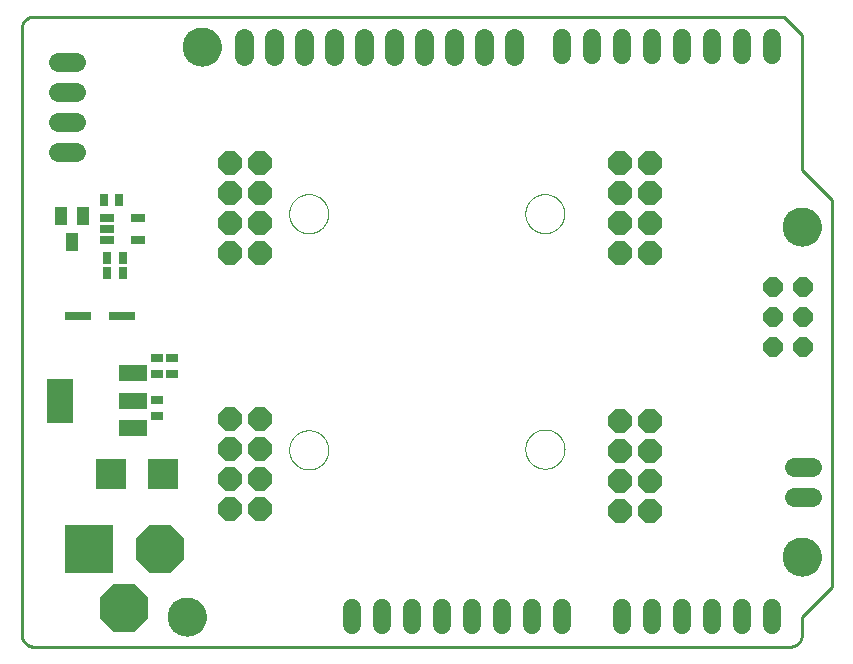
<source format=gts>
G75*
%MOIN*%
%OFA0B0*%
%FSLAX25Y25*%
%IPPOS*%
%LPD*%
%AMOC8*
5,1,8,0,0,1.08239X$1,22.5*
%
%ADD10C,0.01000*%
%ADD11C,0.00000*%
%ADD12C,0.12998*%
%ADD13C,0.00039*%
%ADD14OC8,0.06502*%
%ADD15C,0.06000*%
%ADD16C,0.06400*%
%ADD17OC8,0.07800*%
%ADD18OC8,0.16148*%
%ADD19R,0.16148X0.16148*%
%ADD20C,0.08077*%
%ADD21R,0.03943X0.03156*%
%ADD22R,0.09200X0.05200*%
%ADD23R,0.09061X0.14573*%
%ADD24R,0.09061X0.02959*%
%ADD25R,0.09849X0.09849*%
%ADD26R,0.05124X0.02762*%
%ADD27R,0.04337X0.05912*%
%ADD28R,0.03156X0.03943*%
D10*
X0008350Y0009237D02*
X0008350Y0211363D01*
X0008352Y0211487D01*
X0008358Y0211610D01*
X0008367Y0211734D01*
X0008381Y0211856D01*
X0008398Y0211979D01*
X0008420Y0212101D01*
X0008445Y0212222D01*
X0008474Y0212342D01*
X0008506Y0212461D01*
X0008543Y0212580D01*
X0008583Y0212697D01*
X0008626Y0212812D01*
X0008674Y0212927D01*
X0008725Y0213039D01*
X0008779Y0213150D01*
X0008837Y0213260D01*
X0008898Y0213367D01*
X0008963Y0213473D01*
X0009031Y0213576D01*
X0009102Y0213677D01*
X0009176Y0213776D01*
X0009253Y0213873D01*
X0009334Y0213967D01*
X0009417Y0214058D01*
X0009503Y0214147D01*
X0009592Y0214233D01*
X0009683Y0214316D01*
X0009777Y0214397D01*
X0009874Y0214474D01*
X0009973Y0214548D01*
X0010074Y0214619D01*
X0010177Y0214687D01*
X0010283Y0214752D01*
X0010390Y0214813D01*
X0010500Y0214871D01*
X0010611Y0214925D01*
X0010723Y0214976D01*
X0010838Y0215024D01*
X0010953Y0215067D01*
X0011070Y0215107D01*
X0011189Y0215144D01*
X0011308Y0215176D01*
X0011428Y0215205D01*
X0011549Y0215230D01*
X0011671Y0215252D01*
X0011794Y0215269D01*
X0011916Y0215283D01*
X0012040Y0215292D01*
X0012163Y0215298D01*
X0012287Y0215300D01*
X0262350Y0215300D01*
X0268350Y0209300D01*
X0268350Y0164300D01*
X0278350Y0154300D01*
X0278350Y0025300D01*
X0268350Y0015300D01*
X0268350Y0009237D01*
X0268348Y0009113D01*
X0268342Y0008990D01*
X0268333Y0008866D01*
X0268319Y0008744D01*
X0268302Y0008621D01*
X0268280Y0008499D01*
X0268255Y0008378D01*
X0268226Y0008258D01*
X0268194Y0008139D01*
X0268157Y0008020D01*
X0268117Y0007903D01*
X0268074Y0007788D01*
X0268026Y0007673D01*
X0267975Y0007561D01*
X0267921Y0007450D01*
X0267863Y0007340D01*
X0267802Y0007233D01*
X0267737Y0007127D01*
X0267669Y0007024D01*
X0267598Y0006923D01*
X0267524Y0006824D01*
X0267447Y0006727D01*
X0267366Y0006633D01*
X0267283Y0006542D01*
X0267197Y0006453D01*
X0267108Y0006367D01*
X0267017Y0006284D01*
X0266923Y0006203D01*
X0266826Y0006126D01*
X0266727Y0006052D01*
X0266626Y0005981D01*
X0266523Y0005913D01*
X0266417Y0005848D01*
X0266310Y0005787D01*
X0266200Y0005729D01*
X0266089Y0005675D01*
X0265977Y0005624D01*
X0265862Y0005576D01*
X0265747Y0005533D01*
X0265630Y0005493D01*
X0265511Y0005456D01*
X0265392Y0005424D01*
X0265272Y0005395D01*
X0265151Y0005370D01*
X0265029Y0005348D01*
X0264906Y0005331D01*
X0264784Y0005317D01*
X0264660Y0005308D01*
X0264537Y0005302D01*
X0264413Y0005300D01*
X0012287Y0005300D01*
X0012163Y0005302D01*
X0012040Y0005308D01*
X0011916Y0005317D01*
X0011794Y0005331D01*
X0011671Y0005348D01*
X0011549Y0005370D01*
X0011428Y0005395D01*
X0011308Y0005424D01*
X0011189Y0005456D01*
X0011070Y0005493D01*
X0010953Y0005533D01*
X0010838Y0005576D01*
X0010723Y0005624D01*
X0010611Y0005675D01*
X0010500Y0005729D01*
X0010390Y0005787D01*
X0010283Y0005848D01*
X0010177Y0005913D01*
X0010074Y0005981D01*
X0009973Y0006052D01*
X0009874Y0006126D01*
X0009777Y0006203D01*
X0009683Y0006284D01*
X0009592Y0006367D01*
X0009503Y0006453D01*
X0009417Y0006542D01*
X0009334Y0006633D01*
X0009253Y0006727D01*
X0009176Y0006824D01*
X0009102Y0006923D01*
X0009031Y0007024D01*
X0008963Y0007127D01*
X0008898Y0007233D01*
X0008837Y0007340D01*
X0008779Y0007450D01*
X0008725Y0007561D01*
X0008674Y0007673D01*
X0008626Y0007788D01*
X0008583Y0007903D01*
X0008543Y0008020D01*
X0008506Y0008139D01*
X0008474Y0008258D01*
X0008445Y0008378D01*
X0008420Y0008499D01*
X0008398Y0008621D01*
X0008381Y0008744D01*
X0008367Y0008866D01*
X0008358Y0008990D01*
X0008352Y0009113D01*
X0008350Y0009237D01*
D11*
X0057051Y0015300D02*
X0057053Y0015458D01*
X0057059Y0015616D01*
X0057069Y0015774D01*
X0057083Y0015932D01*
X0057101Y0016089D01*
X0057122Y0016246D01*
X0057148Y0016402D01*
X0057178Y0016558D01*
X0057211Y0016713D01*
X0057249Y0016866D01*
X0057290Y0017019D01*
X0057335Y0017171D01*
X0057384Y0017322D01*
X0057437Y0017471D01*
X0057493Y0017619D01*
X0057553Y0017765D01*
X0057617Y0017910D01*
X0057685Y0018053D01*
X0057756Y0018195D01*
X0057830Y0018335D01*
X0057908Y0018472D01*
X0057990Y0018608D01*
X0058074Y0018742D01*
X0058163Y0018873D01*
X0058254Y0019002D01*
X0058349Y0019129D01*
X0058446Y0019254D01*
X0058547Y0019376D01*
X0058651Y0019495D01*
X0058758Y0019612D01*
X0058868Y0019726D01*
X0058981Y0019837D01*
X0059096Y0019946D01*
X0059214Y0020051D01*
X0059335Y0020153D01*
X0059458Y0020253D01*
X0059584Y0020349D01*
X0059712Y0020442D01*
X0059842Y0020532D01*
X0059975Y0020618D01*
X0060110Y0020702D01*
X0060246Y0020781D01*
X0060385Y0020858D01*
X0060526Y0020930D01*
X0060668Y0021000D01*
X0060812Y0021065D01*
X0060958Y0021127D01*
X0061105Y0021185D01*
X0061254Y0021240D01*
X0061404Y0021291D01*
X0061555Y0021338D01*
X0061707Y0021381D01*
X0061860Y0021420D01*
X0062015Y0021456D01*
X0062170Y0021487D01*
X0062326Y0021515D01*
X0062482Y0021539D01*
X0062639Y0021559D01*
X0062797Y0021575D01*
X0062954Y0021587D01*
X0063113Y0021595D01*
X0063271Y0021599D01*
X0063429Y0021599D01*
X0063587Y0021595D01*
X0063746Y0021587D01*
X0063903Y0021575D01*
X0064061Y0021559D01*
X0064218Y0021539D01*
X0064374Y0021515D01*
X0064530Y0021487D01*
X0064685Y0021456D01*
X0064840Y0021420D01*
X0064993Y0021381D01*
X0065145Y0021338D01*
X0065296Y0021291D01*
X0065446Y0021240D01*
X0065595Y0021185D01*
X0065742Y0021127D01*
X0065888Y0021065D01*
X0066032Y0021000D01*
X0066174Y0020930D01*
X0066315Y0020858D01*
X0066454Y0020781D01*
X0066590Y0020702D01*
X0066725Y0020618D01*
X0066858Y0020532D01*
X0066988Y0020442D01*
X0067116Y0020349D01*
X0067242Y0020253D01*
X0067365Y0020153D01*
X0067486Y0020051D01*
X0067604Y0019946D01*
X0067719Y0019837D01*
X0067832Y0019726D01*
X0067942Y0019612D01*
X0068049Y0019495D01*
X0068153Y0019376D01*
X0068254Y0019254D01*
X0068351Y0019129D01*
X0068446Y0019002D01*
X0068537Y0018873D01*
X0068626Y0018742D01*
X0068710Y0018608D01*
X0068792Y0018472D01*
X0068870Y0018335D01*
X0068944Y0018195D01*
X0069015Y0018053D01*
X0069083Y0017910D01*
X0069147Y0017765D01*
X0069207Y0017619D01*
X0069263Y0017471D01*
X0069316Y0017322D01*
X0069365Y0017171D01*
X0069410Y0017019D01*
X0069451Y0016866D01*
X0069489Y0016713D01*
X0069522Y0016558D01*
X0069552Y0016402D01*
X0069578Y0016246D01*
X0069599Y0016089D01*
X0069617Y0015932D01*
X0069631Y0015774D01*
X0069641Y0015616D01*
X0069647Y0015458D01*
X0069649Y0015300D01*
X0069647Y0015142D01*
X0069641Y0014984D01*
X0069631Y0014826D01*
X0069617Y0014668D01*
X0069599Y0014511D01*
X0069578Y0014354D01*
X0069552Y0014198D01*
X0069522Y0014042D01*
X0069489Y0013887D01*
X0069451Y0013734D01*
X0069410Y0013581D01*
X0069365Y0013429D01*
X0069316Y0013278D01*
X0069263Y0013129D01*
X0069207Y0012981D01*
X0069147Y0012835D01*
X0069083Y0012690D01*
X0069015Y0012547D01*
X0068944Y0012405D01*
X0068870Y0012265D01*
X0068792Y0012128D01*
X0068710Y0011992D01*
X0068626Y0011858D01*
X0068537Y0011727D01*
X0068446Y0011598D01*
X0068351Y0011471D01*
X0068254Y0011346D01*
X0068153Y0011224D01*
X0068049Y0011105D01*
X0067942Y0010988D01*
X0067832Y0010874D01*
X0067719Y0010763D01*
X0067604Y0010654D01*
X0067486Y0010549D01*
X0067365Y0010447D01*
X0067242Y0010347D01*
X0067116Y0010251D01*
X0066988Y0010158D01*
X0066858Y0010068D01*
X0066725Y0009982D01*
X0066590Y0009898D01*
X0066454Y0009819D01*
X0066315Y0009742D01*
X0066174Y0009670D01*
X0066032Y0009600D01*
X0065888Y0009535D01*
X0065742Y0009473D01*
X0065595Y0009415D01*
X0065446Y0009360D01*
X0065296Y0009309D01*
X0065145Y0009262D01*
X0064993Y0009219D01*
X0064840Y0009180D01*
X0064685Y0009144D01*
X0064530Y0009113D01*
X0064374Y0009085D01*
X0064218Y0009061D01*
X0064061Y0009041D01*
X0063903Y0009025D01*
X0063746Y0009013D01*
X0063587Y0009005D01*
X0063429Y0009001D01*
X0063271Y0009001D01*
X0063113Y0009005D01*
X0062954Y0009013D01*
X0062797Y0009025D01*
X0062639Y0009041D01*
X0062482Y0009061D01*
X0062326Y0009085D01*
X0062170Y0009113D01*
X0062015Y0009144D01*
X0061860Y0009180D01*
X0061707Y0009219D01*
X0061555Y0009262D01*
X0061404Y0009309D01*
X0061254Y0009360D01*
X0061105Y0009415D01*
X0060958Y0009473D01*
X0060812Y0009535D01*
X0060668Y0009600D01*
X0060526Y0009670D01*
X0060385Y0009742D01*
X0060246Y0009819D01*
X0060110Y0009898D01*
X0059975Y0009982D01*
X0059842Y0010068D01*
X0059712Y0010158D01*
X0059584Y0010251D01*
X0059458Y0010347D01*
X0059335Y0010447D01*
X0059214Y0010549D01*
X0059096Y0010654D01*
X0058981Y0010763D01*
X0058868Y0010874D01*
X0058758Y0010988D01*
X0058651Y0011105D01*
X0058547Y0011224D01*
X0058446Y0011346D01*
X0058349Y0011471D01*
X0058254Y0011598D01*
X0058163Y0011727D01*
X0058074Y0011858D01*
X0057990Y0011992D01*
X0057908Y0012128D01*
X0057830Y0012265D01*
X0057756Y0012405D01*
X0057685Y0012547D01*
X0057617Y0012690D01*
X0057553Y0012835D01*
X0057493Y0012981D01*
X0057437Y0013129D01*
X0057384Y0013278D01*
X0057335Y0013429D01*
X0057290Y0013581D01*
X0057249Y0013734D01*
X0057211Y0013887D01*
X0057178Y0014042D01*
X0057148Y0014198D01*
X0057122Y0014354D01*
X0057101Y0014511D01*
X0057083Y0014668D01*
X0057069Y0014826D01*
X0057059Y0014984D01*
X0057053Y0015142D01*
X0057051Y0015300D01*
X0262051Y0035300D02*
X0262053Y0035458D01*
X0262059Y0035616D01*
X0262069Y0035774D01*
X0262083Y0035932D01*
X0262101Y0036089D01*
X0262122Y0036246D01*
X0262148Y0036402D01*
X0262178Y0036558D01*
X0262211Y0036713D01*
X0262249Y0036866D01*
X0262290Y0037019D01*
X0262335Y0037171D01*
X0262384Y0037322D01*
X0262437Y0037471D01*
X0262493Y0037619D01*
X0262553Y0037765D01*
X0262617Y0037910D01*
X0262685Y0038053D01*
X0262756Y0038195D01*
X0262830Y0038335D01*
X0262908Y0038472D01*
X0262990Y0038608D01*
X0263074Y0038742D01*
X0263163Y0038873D01*
X0263254Y0039002D01*
X0263349Y0039129D01*
X0263446Y0039254D01*
X0263547Y0039376D01*
X0263651Y0039495D01*
X0263758Y0039612D01*
X0263868Y0039726D01*
X0263981Y0039837D01*
X0264096Y0039946D01*
X0264214Y0040051D01*
X0264335Y0040153D01*
X0264458Y0040253D01*
X0264584Y0040349D01*
X0264712Y0040442D01*
X0264842Y0040532D01*
X0264975Y0040618D01*
X0265110Y0040702D01*
X0265246Y0040781D01*
X0265385Y0040858D01*
X0265526Y0040930D01*
X0265668Y0041000D01*
X0265812Y0041065D01*
X0265958Y0041127D01*
X0266105Y0041185D01*
X0266254Y0041240D01*
X0266404Y0041291D01*
X0266555Y0041338D01*
X0266707Y0041381D01*
X0266860Y0041420D01*
X0267015Y0041456D01*
X0267170Y0041487D01*
X0267326Y0041515D01*
X0267482Y0041539D01*
X0267639Y0041559D01*
X0267797Y0041575D01*
X0267954Y0041587D01*
X0268113Y0041595D01*
X0268271Y0041599D01*
X0268429Y0041599D01*
X0268587Y0041595D01*
X0268746Y0041587D01*
X0268903Y0041575D01*
X0269061Y0041559D01*
X0269218Y0041539D01*
X0269374Y0041515D01*
X0269530Y0041487D01*
X0269685Y0041456D01*
X0269840Y0041420D01*
X0269993Y0041381D01*
X0270145Y0041338D01*
X0270296Y0041291D01*
X0270446Y0041240D01*
X0270595Y0041185D01*
X0270742Y0041127D01*
X0270888Y0041065D01*
X0271032Y0041000D01*
X0271174Y0040930D01*
X0271315Y0040858D01*
X0271454Y0040781D01*
X0271590Y0040702D01*
X0271725Y0040618D01*
X0271858Y0040532D01*
X0271988Y0040442D01*
X0272116Y0040349D01*
X0272242Y0040253D01*
X0272365Y0040153D01*
X0272486Y0040051D01*
X0272604Y0039946D01*
X0272719Y0039837D01*
X0272832Y0039726D01*
X0272942Y0039612D01*
X0273049Y0039495D01*
X0273153Y0039376D01*
X0273254Y0039254D01*
X0273351Y0039129D01*
X0273446Y0039002D01*
X0273537Y0038873D01*
X0273626Y0038742D01*
X0273710Y0038608D01*
X0273792Y0038472D01*
X0273870Y0038335D01*
X0273944Y0038195D01*
X0274015Y0038053D01*
X0274083Y0037910D01*
X0274147Y0037765D01*
X0274207Y0037619D01*
X0274263Y0037471D01*
X0274316Y0037322D01*
X0274365Y0037171D01*
X0274410Y0037019D01*
X0274451Y0036866D01*
X0274489Y0036713D01*
X0274522Y0036558D01*
X0274552Y0036402D01*
X0274578Y0036246D01*
X0274599Y0036089D01*
X0274617Y0035932D01*
X0274631Y0035774D01*
X0274641Y0035616D01*
X0274647Y0035458D01*
X0274649Y0035300D01*
X0274647Y0035142D01*
X0274641Y0034984D01*
X0274631Y0034826D01*
X0274617Y0034668D01*
X0274599Y0034511D01*
X0274578Y0034354D01*
X0274552Y0034198D01*
X0274522Y0034042D01*
X0274489Y0033887D01*
X0274451Y0033734D01*
X0274410Y0033581D01*
X0274365Y0033429D01*
X0274316Y0033278D01*
X0274263Y0033129D01*
X0274207Y0032981D01*
X0274147Y0032835D01*
X0274083Y0032690D01*
X0274015Y0032547D01*
X0273944Y0032405D01*
X0273870Y0032265D01*
X0273792Y0032128D01*
X0273710Y0031992D01*
X0273626Y0031858D01*
X0273537Y0031727D01*
X0273446Y0031598D01*
X0273351Y0031471D01*
X0273254Y0031346D01*
X0273153Y0031224D01*
X0273049Y0031105D01*
X0272942Y0030988D01*
X0272832Y0030874D01*
X0272719Y0030763D01*
X0272604Y0030654D01*
X0272486Y0030549D01*
X0272365Y0030447D01*
X0272242Y0030347D01*
X0272116Y0030251D01*
X0271988Y0030158D01*
X0271858Y0030068D01*
X0271725Y0029982D01*
X0271590Y0029898D01*
X0271454Y0029819D01*
X0271315Y0029742D01*
X0271174Y0029670D01*
X0271032Y0029600D01*
X0270888Y0029535D01*
X0270742Y0029473D01*
X0270595Y0029415D01*
X0270446Y0029360D01*
X0270296Y0029309D01*
X0270145Y0029262D01*
X0269993Y0029219D01*
X0269840Y0029180D01*
X0269685Y0029144D01*
X0269530Y0029113D01*
X0269374Y0029085D01*
X0269218Y0029061D01*
X0269061Y0029041D01*
X0268903Y0029025D01*
X0268746Y0029013D01*
X0268587Y0029005D01*
X0268429Y0029001D01*
X0268271Y0029001D01*
X0268113Y0029005D01*
X0267954Y0029013D01*
X0267797Y0029025D01*
X0267639Y0029041D01*
X0267482Y0029061D01*
X0267326Y0029085D01*
X0267170Y0029113D01*
X0267015Y0029144D01*
X0266860Y0029180D01*
X0266707Y0029219D01*
X0266555Y0029262D01*
X0266404Y0029309D01*
X0266254Y0029360D01*
X0266105Y0029415D01*
X0265958Y0029473D01*
X0265812Y0029535D01*
X0265668Y0029600D01*
X0265526Y0029670D01*
X0265385Y0029742D01*
X0265246Y0029819D01*
X0265110Y0029898D01*
X0264975Y0029982D01*
X0264842Y0030068D01*
X0264712Y0030158D01*
X0264584Y0030251D01*
X0264458Y0030347D01*
X0264335Y0030447D01*
X0264214Y0030549D01*
X0264096Y0030654D01*
X0263981Y0030763D01*
X0263868Y0030874D01*
X0263758Y0030988D01*
X0263651Y0031105D01*
X0263547Y0031224D01*
X0263446Y0031346D01*
X0263349Y0031471D01*
X0263254Y0031598D01*
X0263163Y0031727D01*
X0263074Y0031858D01*
X0262990Y0031992D01*
X0262908Y0032128D01*
X0262830Y0032265D01*
X0262756Y0032405D01*
X0262685Y0032547D01*
X0262617Y0032690D01*
X0262553Y0032835D01*
X0262493Y0032981D01*
X0262437Y0033129D01*
X0262384Y0033278D01*
X0262335Y0033429D01*
X0262290Y0033581D01*
X0262249Y0033734D01*
X0262211Y0033887D01*
X0262178Y0034042D01*
X0262148Y0034198D01*
X0262122Y0034354D01*
X0262101Y0034511D01*
X0262083Y0034668D01*
X0262069Y0034826D01*
X0262059Y0034984D01*
X0262053Y0035142D01*
X0262051Y0035300D01*
X0262051Y0145300D02*
X0262053Y0145458D01*
X0262059Y0145616D01*
X0262069Y0145774D01*
X0262083Y0145932D01*
X0262101Y0146089D01*
X0262122Y0146246D01*
X0262148Y0146402D01*
X0262178Y0146558D01*
X0262211Y0146713D01*
X0262249Y0146866D01*
X0262290Y0147019D01*
X0262335Y0147171D01*
X0262384Y0147322D01*
X0262437Y0147471D01*
X0262493Y0147619D01*
X0262553Y0147765D01*
X0262617Y0147910D01*
X0262685Y0148053D01*
X0262756Y0148195D01*
X0262830Y0148335D01*
X0262908Y0148472D01*
X0262990Y0148608D01*
X0263074Y0148742D01*
X0263163Y0148873D01*
X0263254Y0149002D01*
X0263349Y0149129D01*
X0263446Y0149254D01*
X0263547Y0149376D01*
X0263651Y0149495D01*
X0263758Y0149612D01*
X0263868Y0149726D01*
X0263981Y0149837D01*
X0264096Y0149946D01*
X0264214Y0150051D01*
X0264335Y0150153D01*
X0264458Y0150253D01*
X0264584Y0150349D01*
X0264712Y0150442D01*
X0264842Y0150532D01*
X0264975Y0150618D01*
X0265110Y0150702D01*
X0265246Y0150781D01*
X0265385Y0150858D01*
X0265526Y0150930D01*
X0265668Y0151000D01*
X0265812Y0151065D01*
X0265958Y0151127D01*
X0266105Y0151185D01*
X0266254Y0151240D01*
X0266404Y0151291D01*
X0266555Y0151338D01*
X0266707Y0151381D01*
X0266860Y0151420D01*
X0267015Y0151456D01*
X0267170Y0151487D01*
X0267326Y0151515D01*
X0267482Y0151539D01*
X0267639Y0151559D01*
X0267797Y0151575D01*
X0267954Y0151587D01*
X0268113Y0151595D01*
X0268271Y0151599D01*
X0268429Y0151599D01*
X0268587Y0151595D01*
X0268746Y0151587D01*
X0268903Y0151575D01*
X0269061Y0151559D01*
X0269218Y0151539D01*
X0269374Y0151515D01*
X0269530Y0151487D01*
X0269685Y0151456D01*
X0269840Y0151420D01*
X0269993Y0151381D01*
X0270145Y0151338D01*
X0270296Y0151291D01*
X0270446Y0151240D01*
X0270595Y0151185D01*
X0270742Y0151127D01*
X0270888Y0151065D01*
X0271032Y0151000D01*
X0271174Y0150930D01*
X0271315Y0150858D01*
X0271454Y0150781D01*
X0271590Y0150702D01*
X0271725Y0150618D01*
X0271858Y0150532D01*
X0271988Y0150442D01*
X0272116Y0150349D01*
X0272242Y0150253D01*
X0272365Y0150153D01*
X0272486Y0150051D01*
X0272604Y0149946D01*
X0272719Y0149837D01*
X0272832Y0149726D01*
X0272942Y0149612D01*
X0273049Y0149495D01*
X0273153Y0149376D01*
X0273254Y0149254D01*
X0273351Y0149129D01*
X0273446Y0149002D01*
X0273537Y0148873D01*
X0273626Y0148742D01*
X0273710Y0148608D01*
X0273792Y0148472D01*
X0273870Y0148335D01*
X0273944Y0148195D01*
X0274015Y0148053D01*
X0274083Y0147910D01*
X0274147Y0147765D01*
X0274207Y0147619D01*
X0274263Y0147471D01*
X0274316Y0147322D01*
X0274365Y0147171D01*
X0274410Y0147019D01*
X0274451Y0146866D01*
X0274489Y0146713D01*
X0274522Y0146558D01*
X0274552Y0146402D01*
X0274578Y0146246D01*
X0274599Y0146089D01*
X0274617Y0145932D01*
X0274631Y0145774D01*
X0274641Y0145616D01*
X0274647Y0145458D01*
X0274649Y0145300D01*
X0274647Y0145142D01*
X0274641Y0144984D01*
X0274631Y0144826D01*
X0274617Y0144668D01*
X0274599Y0144511D01*
X0274578Y0144354D01*
X0274552Y0144198D01*
X0274522Y0144042D01*
X0274489Y0143887D01*
X0274451Y0143734D01*
X0274410Y0143581D01*
X0274365Y0143429D01*
X0274316Y0143278D01*
X0274263Y0143129D01*
X0274207Y0142981D01*
X0274147Y0142835D01*
X0274083Y0142690D01*
X0274015Y0142547D01*
X0273944Y0142405D01*
X0273870Y0142265D01*
X0273792Y0142128D01*
X0273710Y0141992D01*
X0273626Y0141858D01*
X0273537Y0141727D01*
X0273446Y0141598D01*
X0273351Y0141471D01*
X0273254Y0141346D01*
X0273153Y0141224D01*
X0273049Y0141105D01*
X0272942Y0140988D01*
X0272832Y0140874D01*
X0272719Y0140763D01*
X0272604Y0140654D01*
X0272486Y0140549D01*
X0272365Y0140447D01*
X0272242Y0140347D01*
X0272116Y0140251D01*
X0271988Y0140158D01*
X0271858Y0140068D01*
X0271725Y0139982D01*
X0271590Y0139898D01*
X0271454Y0139819D01*
X0271315Y0139742D01*
X0271174Y0139670D01*
X0271032Y0139600D01*
X0270888Y0139535D01*
X0270742Y0139473D01*
X0270595Y0139415D01*
X0270446Y0139360D01*
X0270296Y0139309D01*
X0270145Y0139262D01*
X0269993Y0139219D01*
X0269840Y0139180D01*
X0269685Y0139144D01*
X0269530Y0139113D01*
X0269374Y0139085D01*
X0269218Y0139061D01*
X0269061Y0139041D01*
X0268903Y0139025D01*
X0268746Y0139013D01*
X0268587Y0139005D01*
X0268429Y0139001D01*
X0268271Y0139001D01*
X0268113Y0139005D01*
X0267954Y0139013D01*
X0267797Y0139025D01*
X0267639Y0139041D01*
X0267482Y0139061D01*
X0267326Y0139085D01*
X0267170Y0139113D01*
X0267015Y0139144D01*
X0266860Y0139180D01*
X0266707Y0139219D01*
X0266555Y0139262D01*
X0266404Y0139309D01*
X0266254Y0139360D01*
X0266105Y0139415D01*
X0265958Y0139473D01*
X0265812Y0139535D01*
X0265668Y0139600D01*
X0265526Y0139670D01*
X0265385Y0139742D01*
X0265246Y0139819D01*
X0265110Y0139898D01*
X0264975Y0139982D01*
X0264842Y0140068D01*
X0264712Y0140158D01*
X0264584Y0140251D01*
X0264458Y0140347D01*
X0264335Y0140447D01*
X0264214Y0140549D01*
X0264096Y0140654D01*
X0263981Y0140763D01*
X0263868Y0140874D01*
X0263758Y0140988D01*
X0263651Y0141105D01*
X0263547Y0141224D01*
X0263446Y0141346D01*
X0263349Y0141471D01*
X0263254Y0141598D01*
X0263163Y0141727D01*
X0263074Y0141858D01*
X0262990Y0141992D01*
X0262908Y0142128D01*
X0262830Y0142265D01*
X0262756Y0142405D01*
X0262685Y0142547D01*
X0262617Y0142690D01*
X0262553Y0142835D01*
X0262493Y0142981D01*
X0262437Y0143129D01*
X0262384Y0143278D01*
X0262335Y0143429D01*
X0262290Y0143581D01*
X0262249Y0143734D01*
X0262211Y0143887D01*
X0262178Y0144042D01*
X0262148Y0144198D01*
X0262122Y0144354D01*
X0262101Y0144511D01*
X0262083Y0144668D01*
X0262069Y0144826D01*
X0262059Y0144984D01*
X0262053Y0145142D01*
X0262051Y0145300D01*
X0062051Y0205300D02*
X0062053Y0205458D01*
X0062059Y0205616D01*
X0062069Y0205774D01*
X0062083Y0205932D01*
X0062101Y0206089D01*
X0062122Y0206246D01*
X0062148Y0206402D01*
X0062178Y0206558D01*
X0062211Y0206713D01*
X0062249Y0206866D01*
X0062290Y0207019D01*
X0062335Y0207171D01*
X0062384Y0207322D01*
X0062437Y0207471D01*
X0062493Y0207619D01*
X0062553Y0207765D01*
X0062617Y0207910D01*
X0062685Y0208053D01*
X0062756Y0208195D01*
X0062830Y0208335D01*
X0062908Y0208472D01*
X0062990Y0208608D01*
X0063074Y0208742D01*
X0063163Y0208873D01*
X0063254Y0209002D01*
X0063349Y0209129D01*
X0063446Y0209254D01*
X0063547Y0209376D01*
X0063651Y0209495D01*
X0063758Y0209612D01*
X0063868Y0209726D01*
X0063981Y0209837D01*
X0064096Y0209946D01*
X0064214Y0210051D01*
X0064335Y0210153D01*
X0064458Y0210253D01*
X0064584Y0210349D01*
X0064712Y0210442D01*
X0064842Y0210532D01*
X0064975Y0210618D01*
X0065110Y0210702D01*
X0065246Y0210781D01*
X0065385Y0210858D01*
X0065526Y0210930D01*
X0065668Y0211000D01*
X0065812Y0211065D01*
X0065958Y0211127D01*
X0066105Y0211185D01*
X0066254Y0211240D01*
X0066404Y0211291D01*
X0066555Y0211338D01*
X0066707Y0211381D01*
X0066860Y0211420D01*
X0067015Y0211456D01*
X0067170Y0211487D01*
X0067326Y0211515D01*
X0067482Y0211539D01*
X0067639Y0211559D01*
X0067797Y0211575D01*
X0067954Y0211587D01*
X0068113Y0211595D01*
X0068271Y0211599D01*
X0068429Y0211599D01*
X0068587Y0211595D01*
X0068746Y0211587D01*
X0068903Y0211575D01*
X0069061Y0211559D01*
X0069218Y0211539D01*
X0069374Y0211515D01*
X0069530Y0211487D01*
X0069685Y0211456D01*
X0069840Y0211420D01*
X0069993Y0211381D01*
X0070145Y0211338D01*
X0070296Y0211291D01*
X0070446Y0211240D01*
X0070595Y0211185D01*
X0070742Y0211127D01*
X0070888Y0211065D01*
X0071032Y0211000D01*
X0071174Y0210930D01*
X0071315Y0210858D01*
X0071454Y0210781D01*
X0071590Y0210702D01*
X0071725Y0210618D01*
X0071858Y0210532D01*
X0071988Y0210442D01*
X0072116Y0210349D01*
X0072242Y0210253D01*
X0072365Y0210153D01*
X0072486Y0210051D01*
X0072604Y0209946D01*
X0072719Y0209837D01*
X0072832Y0209726D01*
X0072942Y0209612D01*
X0073049Y0209495D01*
X0073153Y0209376D01*
X0073254Y0209254D01*
X0073351Y0209129D01*
X0073446Y0209002D01*
X0073537Y0208873D01*
X0073626Y0208742D01*
X0073710Y0208608D01*
X0073792Y0208472D01*
X0073870Y0208335D01*
X0073944Y0208195D01*
X0074015Y0208053D01*
X0074083Y0207910D01*
X0074147Y0207765D01*
X0074207Y0207619D01*
X0074263Y0207471D01*
X0074316Y0207322D01*
X0074365Y0207171D01*
X0074410Y0207019D01*
X0074451Y0206866D01*
X0074489Y0206713D01*
X0074522Y0206558D01*
X0074552Y0206402D01*
X0074578Y0206246D01*
X0074599Y0206089D01*
X0074617Y0205932D01*
X0074631Y0205774D01*
X0074641Y0205616D01*
X0074647Y0205458D01*
X0074649Y0205300D01*
X0074647Y0205142D01*
X0074641Y0204984D01*
X0074631Y0204826D01*
X0074617Y0204668D01*
X0074599Y0204511D01*
X0074578Y0204354D01*
X0074552Y0204198D01*
X0074522Y0204042D01*
X0074489Y0203887D01*
X0074451Y0203734D01*
X0074410Y0203581D01*
X0074365Y0203429D01*
X0074316Y0203278D01*
X0074263Y0203129D01*
X0074207Y0202981D01*
X0074147Y0202835D01*
X0074083Y0202690D01*
X0074015Y0202547D01*
X0073944Y0202405D01*
X0073870Y0202265D01*
X0073792Y0202128D01*
X0073710Y0201992D01*
X0073626Y0201858D01*
X0073537Y0201727D01*
X0073446Y0201598D01*
X0073351Y0201471D01*
X0073254Y0201346D01*
X0073153Y0201224D01*
X0073049Y0201105D01*
X0072942Y0200988D01*
X0072832Y0200874D01*
X0072719Y0200763D01*
X0072604Y0200654D01*
X0072486Y0200549D01*
X0072365Y0200447D01*
X0072242Y0200347D01*
X0072116Y0200251D01*
X0071988Y0200158D01*
X0071858Y0200068D01*
X0071725Y0199982D01*
X0071590Y0199898D01*
X0071454Y0199819D01*
X0071315Y0199742D01*
X0071174Y0199670D01*
X0071032Y0199600D01*
X0070888Y0199535D01*
X0070742Y0199473D01*
X0070595Y0199415D01*
X0070446Y0199360D01*
X0070296Y0199309D01*
X0070145Y0199262D01*
X0069993Y0199219D01*
X0069840Y0199180D01*
X0069685Y0199144D01*
X0069530Y0199113D01*
X0069374Y0199085D01*
X0069218Y0199061D01*
X0069061Y0199041D01*
X0068903Y0199025D01*
X0068746Y0199013D01*
X0068587Y0199005D01*
X0068429Y0199001D01*
X0068271Y0199001D01*
X0068113Y0199005D01*
X0067954Y0199013D01*
X0067797Y0199025D01*
X0067639Y0199041D01*
X0067482Y0199061D01*
X0067326Y0199085D01*
X0067170Y0199113D01*
X0067015Y0199144D01*
X0066860Y0199180D01*
X0066707Y0199219D01*
X0066555Y0199262D01*
X0066404Y0199309D01*
X0066254Y0199360D01*
X0066105Y0199415D01*
X0065958Y0199473D01*
X0065812Y0199535D01*
X0065668Y0199600D01*
X0065526Y0199670D01*
X0065385Y0199742D01*
X0065246Y0199819D01*
X0065110Y0199898D01*
X0064975Y0199982D01*
X0064842Y0200068D01*
X0064712Y0200158D01*
X0064584Y0200251D01*
X0064458Y0200347D01*
X0064335Y0200447D01*
X0064214Y0200549D01*
X0064096Y0200654D01*
X0063981Y0200763D01*
X0063868Y0200874D01*
X0063758Y0200988D01*
X0063651Y0201105D01*
X0063547Y0201224D01*
X0063446Y0201346D01*
X0063349Y0201471D01*
X0063254Y0201598D01*
X0063163Y0201727D01*
X0063074Y0201858D01*
X0062990Y0201992D01*
X0062908Y0202128D01*
X0062830Y0202265D01*
X0062756Y0202405D01*
X0062685Y0202547D01*
X0062617Y0202690D01*
X0062553Y0202835D01*
X0062493Y0202981D01*
X0062437Y0203129D01*
X0062384Y0203278D01*
X0062335Y0203429D01*
X0062290Y0203581D01*
X0062249Y0203734D01*
X0062211Y0203887D01*
X0062178Y0204042D01*
X0062148Y0204198D01*
X0062122Y0204354D01*
X0062101Y0204511D01*
X0062083Y0204668D01*
X0062069Y0204826D01*
X0062059Y0204984D01*
X0062053Y0205142D01*
X0062051Y0205300D01*
D12*
X0068350Y0205300D03*
X0268350Y0145300D03*
X0268350Y0035300D03*
X0063350Y0015300D03*
D13*
X0097448Y0070891D02*
X0097450Y0070731D01*
X0097456Y0070570D01*
X0097466Y0070410D01*
X0097479Y0070251D01*
X0097497Y0070091D01*
X0097519Y0069933D01*
X0097544Y0069774D01*
X0097574Y0069617D01*
X0097607Y0069460D01*
X0097644Y0069304D01*
X0097685Y0069149D01*
X0097729Y0068995D01*
X0097778Y0068842D01*
X0097830Y0068690D01*
X0097886Y0068540D01*
X0097945Y0068391D01*
X0098008Y0068244D01*
X0098075Y0068098D01*
X0098145Y0067954D01*
X0098219Y0067812D01*
X0098297Y0067671D01*
X0098377Y0067533D01*
X0098461Y0067396D01*
X0098549Y0067262D01*
X0098640Y0067130D01*
X0098733Y0067000D01*
X0098831Y0066872D01*
X0098931Y0066747D01*
X0099034Y0066624D01*
X0099140Y0066504D01*
X0099249Y0066387D01*
X0099361Y0066272D01*
X0099476Y0066160D01*
X0099593Y0066051D01*
X0099713Y0065945D01*
X0099836Y0065842D01*
X0099961Y0065742D01*
X0100089Y0065644D01*
X0100219Y0065551D01*
X0100351Y0065460D01*
X0100485Y0065372D01*
X0100622Y0065288D01*
X0100760Y0065208D01*
X0100901Y0065130D01*
X0101043Y0065056D01*
X0101187Y0064986D01*
X0101333Y0064919D01*
X0101480Y0064856D01*
X0101629Y0064797D01*
X0101779Y0064741D01*
X0101931Y0064689D01*
X0102084Y0064640D01*
X0102238Y0064596D01*
X0102393Y0064555D01*
X0102549Y0064518D01*
X0102706Y0064485D01*
X0102863Y0064455D01*
X0103022Y0064430D01*
X0103180Y0064408D01*
X0103340Y0064390D01*
X0103499Y0064377D01*
X0103659Y0064367D01*
X0103820Y0064361D01*
X0103980Y0064359D01*
X0104140Y0064361D01*
X0104301Y0064367D01*
X0104461Y0064377D01*
X0104620Y0064390D01*
X0104780Y0064408D01*
X0104938Y0064430D01*
X0105097Y0064455D01*
X0105254Y0064485D01*
X0105411Y0064518D01*
X0105567Y0064555D01*
X0105722Y0064596D01*
X0105876Y0064640D01*
X0106029Y0064689D01*
X0106181Y0064741D01*
X0106331Y0064797D01*
X0106480Y0064856D01*
X0106627Y0064919D01*
X0106773Y0064986D01*
X0106917Y0065056D01*
X0107059Y0065130D01*
X0107200Y0065208D01*
X0107338Y0065288D01*
X0107475Y0065372D01*
X0107609Y0065460D01*
X0107741Y0065551D01*
X0107871Y0065644D01*
X0107999Y0065742D01*
X0108124Y0065842D01*
X0108247Y0065945D01*
X0108367Y0066051D01*
X0108484Y0066160D01*
X0108599Y0066272D01*
X0108711Y0066387D01*
X0108820Y0066504D01*
X0108926Y0066624D01*
X0109029Y0066747D01*
X0109129Y0066872D01*
X0109227Y0067000D01*
X0109320Y0067130D01*
X0109411Y0067262D01*
X0109499Y0067396D01*
X0109583Y0067533D01*
X0109663Y0067671D01*
X0109741Y0067812D01*
X0109815Y0067954D01*
X0109885Y0068098D01*
X0109952Y0068244D01*
X0110015Y0068391D01*
X0110074Y0068540D01*
X0110130Y0068690D01*
X0110182Y0068842D01*
X0110231Y0068995D01*
X0110275Y0069149D01*
X0110316Y0069304D01*
X0110353Y0069460D01*
X0110386Y0069617D01*
X0110416Y0069774D01*
X0110441Y0069933D01*
X0110463Y0070091D01*
X0110481Y0070251D01*
X0110494Y0070410D01*
X0110504Y0070570D01*
X0110510Y0070731D01*
X0110512Y0070891D01*
X0110510Y0071051D01*
X0110504Y0071212D01*
X0110494Y0071372D01*
X0110481Y0071531D01*
X0110463Y0071691D01*
X0110441Y0071849D01*
X0110416Y0072008D01*
X0110386Y0072165D01*
X0110353Y0072322D01*
X0110316Y0072478D01*
X0110275Y0072633D01*
X0110231Y0072787D01*
X0110182Y0072940D01*
X0110130Y0073092D01*
X0110074Y0073242D01*
X0110015Y0073391D01*
X0109952Y0073538D01*
X0109885Y0073684D01*
X0109815Y0073828D01*
X0109741Y0073970D01*
X0109663Y0074111D01*
X0109583Y0074249D01*
X0109499Y0074386D01*
X0109411Y0074520D01*
X0109320Y0074652D01*
X0109227Y0074782D01*
X0109129Y0074910D01*
X0109029Y0075035D01*
X0108926Y0075158D01*
X0108820Y0075278D01*
X0108711Y0075395D01*
X0108599Y0075510D01*
X0108484Y0075622D01*
X0108367Y0075731D01*
X0108247Y0075837D01*
X0108124Y0075940D01*
X0107999Y0076040D01*
X0107871Y0076138D01*
X0107741Y0076231D01*
X0107609Y0076322D01*
X0107475Y0076410D01*
X0107338Y0076494D01*
X0107200Y0076574D01*
X0107059Y0076652D01*
X0106917Y0076726D01*
X0106773Y0076796D01*
X0106627Y0076863D01*
X0106480Y0076926D01*
X0106331Y0076985D01*
X0106181Y0077041D01*
X0106029Y0077093D01*
X0105876Y0077142D01*
X0105722Y0077186D01*
X0105567Y0077227D01*
X0105411Y0077264D01*
X0105254Y0077297D01*
X0105097Y0077327D01*
X0104938Y0077352D01*
X0104780Y0077374D01*
X0104620Y0077392D01*
X0104461Y0077405D01*
X0104301Y0077415D01*
X0104140Y0077421D01*
X0103980Y0077423D01*
X0103820Y0077421D01*
X0103659Y0077415D01*
X0103499Y0077405D01*
X0103340Y0077392D01*
X0103180Y0077374D01*
X0103022Y0077352D01*
X0102863Y0077327D01*
X0102706Y0077297D01*
X0102549Y0077264D01*
X0102393Y0077227D01*
X0102238Y0077186D01*
X0102084Y0077142D01*
X0101931Y0077093D01*
X0101779Y0077041D01*
X0101629Y0076985D01*
X0101480Y0076926D01*
X0101333Y0076863D01*
X0101187Y0076796D01*
X0101043Y0076726D01*
X0100901Y0076652D01*
X0100760Y0076574D01*
X0100622Y0076494D01*
X0100485Y0076410D01*
X0100351Y0076322D01*
X0100219Y0076231D01*
X0100089Y0076138D01*
X0099961Y0076040D01*
X0099836Y0075940D01*
X0099713Y0075837D01*
X0099593Y0075731D01*
X0099476Y0075622D01*
X0099361Y0075510D01*
X0099249Y0075395D01*
X0099140Y0075278D01*
X0099034Y0075158D01*
X0098931Y0075035D01*
X0098831Y0074910D01*
X0098733Y0074782D01*
X0098640Y0074652D01*
X0098549Y0074520D01*
X0098461Y0074386D01*
X0098377Y0074249D01*
X0098297Y0074111D01*
X0098219Y0073970D01*
X0098145Y0073828D01*
X0098075Y0073684D01*
X0098008Y0073538D01*
X0097945Y0073391D01*
X0097886Y0073242D01*
X0097830Y0073092D01*
X0097778Y0072940D01*
X0097729Y0072787D01*
X0097685Y0072633D01*
X0097644Y0072478D01*
X0097607Y0072322D01*
X0097574Y0072165D01*
X0097544Y0072008D01*
X0097519Y0071849D01*
X0097497Y0071691D01*
X0097479Y0071531D01*
X0097466Y0071372D01*
X0097456Y0071212D01*
X0097450Y0071051D01*
X0097448Y0070891D01*
X0176184Y0071158D02*
X0176186Y0070998D01*
X0176192Y0070838D01*
X0176202Y0070678D01*
X0176215Y0070518D01*
X0176233Y0070359D01*
X0176255Y0070200D01*
X0176280Y0070042D01*
X0176309Y0069884D01*
X0176343Y0069728D01*
X0176380Y0069572D01*
X0176420Y0069417D01*
X0176465Y0069263D01*
X0176513Y0069110D01*
X0176566Y0068959D01*
X0176621Y0068809D01*
X0176681Y0068660D01*
X0176744Y0068513D01*
X0176811Y0068367D01*
X0176881Y0068223D01*
X0176955Y0068081D01*
X0177032Y0067940D01*
X0177113Y0067802D01*
X0177197Y0067666D01*
X0177284Y0067531D01*
X0177375Y0067399D01*
X0177469Y0067269D01*
X0177566Y0067142D01*
X0177666Y0067017D01*
X0177769Y0066894D01*
X0177875Y0066774D01*
X0177984Y0066657D01*
X0178096Y0066542D01*
X0178211Y0066430D01*
X0178328Y0066321D01*
X0178448Y0066215D01*
X0178571Y0066112D01*
X0178696Y0066012D01*
X0178823Y0065915D01*
X0178953Y0065821D01*
X0179085Y0065730D01*
X0179220Y0065643D01*
X0179356Y0065559D01*
X0179494Y0065478D01*
X0179635Y0065401D01*
X0179777Y0065327D01*
X0179921Y0065257D01*
X0180067Y0065190D01*
X0180214Y0065127D01*
X0180363Y0065067D01*
X0180513Y0065012D01*
X0180664Y0064959D01*
X0180817Y0064911D01*
X0180971Y0064866D01*
X0181126Y0064826D01*
X0181282Y0064789D01*
X0181438Y0064755D01*
X0181596Y0064726D01*
X0181754Y0064701D01*
X0181913Y0064679D01*
X0182072Y0064661D01*
X0182232Y0064648D01*
X0182392Y0064638D01*
X0182552Y0064632D01*
X0182712Y0064630D01*
X0182872Y0064632D01*
X0183032Y0064638D01*
X0183192Y0064648D01*
X0183352Y0064661D01*
X0183511Y0064679D01*
X0183670Y0064701D01*
X0183828Y0064726D01*
X0183986Y0064755D01*
X0184142Y0064789D01*
X0184298Y0064826D01*
X0184453Y0064866D01*
X0184607Y0064911D01*
X0184760Y0064959D01*
X0184911Y0065012D01*
X0185061Y0065067D01*
X0185210Y0065127D01*
X0185357Y0065190D01*
X0185503Y0065257D01*
X0185647Y0065327D01*
X0185789Y0065401D01*
X0185930Y0065478D01*
X0186068Y0065559D01*
X0186204Y0065643D01*
X0186339Y0065730D01*
X0186471Y0065821D01*
X0186601Y0065915D01*
X0186728Y0066012D01*
X0186853Y0066112D01*
X0186976Y0066215D01*
X0187096Y0066321D01*
X0187213Y0066430D01*
X0187328Y0066542D01*
X0187440Y0066657D01*
X0187549Y0066774D01*
X0187655Y0066894D01*
X0187758Y0067017D01*
X0187858Y0067142D01*
X0187955Y0067269D01*
X0188049Y0067399D01*
X0188140Y0067531D01*
X0188227Y0067666D01*
X0188311Y0067802D01*
X0188392Y0067940D01*
X0188469Y0068081D01*
X0188543Y0068223D01*
X0188613Y0068367D01*
X0188680Y0068513D01*
X0188743Y0068660D01*
X0188803Y0068809D01*
X0188858Y0068959D01*
X0188911Y0069110D01*
X0188959Y0069263D01*
X0189004Y0069417D01*
X0189044Y0069572D01*
X0189081Y0069728D01*
X0189115Y0069884D01*
X0189144Y0070042D01*
X0189169Y0070200D01*
X0189191Y0070359D01*
X0189209Y0070518D01*
X0189222Y0070678D01*
X0189232Y0070838D01*
X0189238Y0070998D01*
X0189240Y0071158D01*
X0189238Y0071318D01*
X0189232Y0071478D01*
X0189222Y0071638D01*
X0189209Y0071798D01*
X0189191Y0071957D01*
X0189169Y0072116D01*
X0189144Y0072274D01*
X0189115Y0072432D01*
X0189081Y0072588D01*
X0189044Y0072744D01*
X0189004Y0072899D01*
X0188959Y0073053D01*
X0188911Y0073206D01*
X0188858Y0073357D01*
X0188803Y0073507D01*
X0188743Y0073656D01*
X0188680Y0073803D01*
X0188613Y0073949D01*
X0188543Y0074093D01*
X0188469Y0074235D01*
X0188392Y0074376D01*
X0188311Y0074514D01*
X0188227Y0074650D01*
X0188140Y0074785D01*
X0188049Y0074917D01*
X0187955Y0075047D01*
X0187858Y0075174D01*
X0187758Y0075299D01*
X0187655Y0075422D01*
X0187549Y0075542D01*
X0187440Y0075659D01*
X0187328Y0075774D01*
X0187213Y0075886D01*
X0187096Y0075995D01*
X0186976Y0076101D01*
X0186853Y0076204D01*
X0186728Y0076304D01*
X0186601Y0076401D01*
X0186471Y0076495D01*
X0186339Y0076586D01*
X0186204Y0076673D01*
X0186068Y0076757D01*
X0185930Y0076838D01*
X0185789Y0076915D01*
X0185647Y0076989D01*
X0185503Y0077059D01*
X0185357Y0077126D01*
X0185210Y0077189D01*
X0185061Y0077249D01*
X0184911Y0077304D01*
X0184760Y0077357D01*
X0184607Y0077405D01*
X0184453Y0077450D01*
X0184298Y0077490D01*
X0184142Y0077527D01*
X0183986Y0077561D01*
X0183828Y0077590D01*
X0183670Y0077615D01*
X0183511Y0077637D01*
X0183352Y0077655D01*
X0183192Y0077668D01*
X0183032Y0077678D01*
X0182872Y0077684D01*
X0182712Y0077686D01*
X0182552Y0077684D01*
X0182392Y0077678D01*
X0182232Y0077668D01*
X0182072Y0077655D01*
X0181913Y0077637D01*
X0181754Y0077615D01*
X0181596Y0077590D01*
X0181438Y0077561D01*
X0181282Y0077527D01*
X0181126Y0077490D01*
X0180971Y0077450D01*
X0180817Y0077405D01*
X0180664Y0077357D01*
X0180513Y0077304D01*
X0180363Y0077249D01*
X0180214Y0077189D01*
X0180067Y0077126D01*
X0179921Y0077059D01*
X0179777Y0076989D01*
X0179635Y0076915D01*
X0179494Y0076838D01*
X0179356Y0076757D01*
X0179220Y0076673D01*
X0179085Y0076586D01*
X0178953Y0076495D01*
X0178823Y0076401D01*
X0178696Y0076304D01*
X0178571Y0076204D01*
X0178448Y0076101D01*
X0178328Y0075995D01*
X0178211Y0075886D01*
X0178096Y0075774D01*
X0177984Y0075659D01*
X0177875Y0075542D01*
X0177769Y0075422D01*
X0177666Y0075299D01*
X0177566Y0075174D01*
X0177469Y0075047D01*
X0177375Y0074917D01*
X0177284Y0074785D01*
X0177197Y0074650D01*
X0177113Y0074514D01*
X0177032Y0074376D01*
X0176955Y0074235D01*
X0176881Y0074093D01*
X0176811Y0073949D01*
X0176744Y0073803D01*
X0176681Y0073656D01*
X0176621Y0073507D01*
X0176566Y0073357D01*
X0176513Y0073206D01*
X0176465Y0073053D01*
X0176420Y0072899D01*
X0176380Y0072744D01*
X0176343Y0072588D01*
X0176309Y0072432D01*
X0176280Y0072274D01*
X0176255Y0072116D01*
X0176233Y0071957D01*
X0176215Y0071798D01*
X0176202Y0071638D01*
X0176192Y0071478D01*
X0176186Y0071318D01*
X0176184Y0071158D01*
X0176189Y0149631D02*
X0176191Y0149472D01*
X0176197Y0149312D01*
X0176207Y0149153D01*
X0176220Y0148995D01*
X0176238Y0148836D01*
X0176259Y0148678D01*
X0176285Y0148521D01*
X0176314Y0148364D01*
X0176347Y0148209D01*
X0176384Y0148054D01*
X0176424Y0147900D01*
X0176469Y0147746D01*
X0176517Y0147595D01*
X0176568Y0147444D01*
X0176624Y0147295D01*
X0176683Y0147147D01*
X0176746Y0147000D01*
X0176812Y0146855D01*
X0176882Y0146712D01*
X0176956Y0146571D01*
X0177032Y0146431D01*
X0177113Y0146293D01*
X0177196Y0146158D01*
X0177283Y0146024D01*
X0177373Y0145893D01*
X0177467Y0145764D01*
X0177563Y0145637D01*
X0177663Y0145513D01*
X0177765Y0145391D01*
X0177871Y0145271D01*
X0177979Y0145155D01*
X0178090Y0145040D01*
X0178205Y0144929D01*
X0178321Y0144821D01*
X0178441Y0144715D01*
X0178563Y0144613D01*
X0178687Y0144513D01*
X0178814Y0144417D01*
X0178943Y0144323D01*
X0179074Y0144233D01*
X0179208Y0144146D01*
X0179343Y0144063D01*
X0179481Y0143982D01*
X0179621Y0143906D01*
X0179762Y0143832D01*
X0179905Y0143762D01*
X0180050Y0143696D01*
X0180197Y0143633D01*
X0180345Y0143574D01*
X0180494Y0143518D01*
X0180645Y0143467D01*
X0180796Y0143419D01*
X0180950Y0143374D01*
X0181104Y0143334D01*
X0181259Y0143297D01*
X0181414Y0143264D01*
X0181571Y0143235D01*
X0181728Y0143209D01*
X0181886Y0143188D01*
X0182045Y0143170D01*
X0182203Y0143157D01*
X0182362Y0143147D01*
X0182522Y0143141D01*
X0182681Y0143139D01*
X0182840Y0143141D01*
X0183000Y0143147D01*
X0183159Y0143157D01*
X0183317Y0143170D01*
X0183476Y0143188D01*
X0183634Y0143209D01*
X0183791Y0143235D01*
X0183948Y0143264D01*
X0184103Y0143297D01*
X0184258Y0143334D01*
X0184412Y0143374D01*
X0184566Y0143419D01*
X0184717Y0143467D01*
X0184868Y0143518D01*
X0185017Y0143574D01*
X0185165Y0143633D01*
X0185312Y0143696D01*
X0185457Y0143762D01*
X0185600Y0143832D01*
X0185741Y0143906D01*
X0185881Y0143982D01*
X0186019Y0144063D01*
X0186154Y0144146D01*
X0186288Y0144233D01*
X0186419Y0144323D01*
X0186548Y0144417D01*
X0186675Y0144513D01*
X0186799Y0144613D01*
X0186921Y0144715D01*
X0187041Y0144821D01*
X0187157Y0144929D01*
X0187272Y0145040D01*
X0187383Y0145155D01*
X0187491Y0145271D01*
X0187597Y0145391D01*
X0187699Y0145513D01*
X0187799Y0145637D01*
X0187895Y0145764D01*
X0187989Y0145893D01*
X0188079Y0146024D01*
X0188166Y0146158D01*
X0188249Y0146293D01*
X0188330Y0146431D01*
X0188406Y0146571D01*
X0188480Y0146712D01*
X0188550Y0146855D01*
X0188616Y0147000D01*
X0188679Y0147147D01*
X0188738Y0147295D01*
X0188794Y0147444D01*
X0188845Y0147595D01*
X0188893Y0147746D01*
X0188938Y0147900D01*
X0188978Y0148054D01*
X0189015Y0148209D01*
X0189048Y0148364D01*
X0189077Y0148521D01*
X0189103Y0148678D01*
X0189124Y0148836D01*
X0189142Y0148995D01*
X0189155Y0149153D01*
X0189165Y0149312D01*
X0189171Y0149472D01*
X0189173Y0149631D01*
X0189171Y0149790D01*
X0189165Y0149950D01*
X0189155Y0150109D01*
X0189142Y0150267D01*
X0189124Y0150426D01*
X0189103Y0150584D01*
X0189077Y0150741D01*
X0189048Y0150898D01*
X0189015Y0151053D01*
X0188978Y0151208D01*
X0188938Y0151362D01*
X0188893Y0151516D01*
X0188845Y0151667D01*
X0188794Y0151818D01*
X0188738Y0151967D01*
X0188679Y0152115D01*
X0188616Y0152262D01*
X0188550Y0152407D01*
X0188480Y0152550D01*
X0188406Y0152691D01*
X0188330Y0152831D01*
X0188249Y0152969D01*
X0188166Y0153104D01*
X0188079Y0153238D01*
X0187989Y0153369D01*
X0187895Y0153498D01*
X0187799Y0153625D01*
X0187699Y0153749D01*
X0187597Y0153871D01*
X0187491Y0153991D01*
X0187383Y0154107D01*
X0187272Y0154222D01*
X0187157Y0154333D01*
X0187041Y0154441D01*
X0186921Y0154547D01*
X0186799Y0154649D01*
X0186675Y0154749D01*
X0186548Y0154845D01*
X0186419Y0154939D01*
X0186288Y0155029D01*
X0186154Y0155116D01*
X0186019Y0155199D01*
X0185881Y0155280D01*
X0185741Y0155356D01*
X0185600Y0155430D01*
X0185457Y0155500D01*
X0185312Y0155566D01*
X0185165Y0155629D01*
X0185017Y0155688D01*
X0184868Y0155744D01*
X0184717Y0155795D01*
X0184566Y0155843D01*
X0184412Y0155888D01*
X0184258Y0155928D01*
X0184103Y0155965D01*
X0183948Y0155998D01*
X0183791Y0156027D01*
X0183634Y0156053D01*
X0183476Y0156074D01*
X0183317Y0156092D01*
X0183159Y0156105D01*
X0183000Y0156115D01*
X0182840Y0156121D01*
X0182681Y0156123D01*
X0182522Y0156121D01*
X0182362Y0156115D01*
X0182203Y0156105D01*
X0182045Y0156092D01*
X0181886Y0156074D01*
X0181728Y0156053D01*
X0181571Y0156027D01*
X0181414Y0155998D01*
X0181259Y0155965D01*
X0181104Y0155928D01*
X0180950Y0155888D01*
X0180796Y0155843D01*
X0180645Y0155795D01*
X0180494Y0155744D01*
X0180345Y0155688D01*
X0180197Y0155629D01*
X0180050Y0155566D01*
X0179905Y0155500D01*
X0179762Y0155430D01*
X0179621Y0155356D01*
X0179481Y0155280D01*
X0179343Y0155199D01*
X0179208Y0155116D01*
X0179074Y0155029D01*
X0178943Y0154939D01*
X0178814Y0154845D01*
X0178687Y0154749D01*
X0178563Y0154649D01*
X0178441Y0154547D01*
X0178321Y0154441D01*
X0178205Y0154333D01*
X0178090Y0154222D01*
X0177979Y0154107D01*
X0177871Y0153991D01*
X0177765Y0153871D01*
X0177663Y0153749D01*
X0177563Y0153625D01*
X0177467Y0153498D01*
X0177373Y0153369D01*
X0177283Y0153238D01*
X0177196Y0153104D01*
X0177113Y0152969D01*
X0177032Y0152831D01*
X0176956Y0152691D01*
X0176882Y0152550D01*
X0176812Y0152407D01*
X0176746Y0152262D01*
X0176683Y0152115D01*
X0176624Y0151967D01*
X0176568Y0151818D01*
X0176517Y0151667D01*
X0176469Y0151516D01*
X0176424Y0151362D01*
X0176384Y0151208D01*
X0176347Y0151053D01*
X0176314Y0150898D01*
X0176285Y0150741D01*
X0176259Y0150584D01*
X0176238Y0150426D01*
X0176220Y0150267D01*
X0176207Y0150109D01*
X0176197Y0149950D01*
X0176191Y0149790D01*
X0176189Y0149631D01*
X0110488Y0149603D02*
X0110486Y0149443D01*
X0110480Y0149283D01*
X0110470Y0149123D01*
X0110457Y0148964D01*
X0110439Y0148805D01*
X0110417Y0148646D01*
X0110392Y0148488D01*
X0110363Y0148331D01*
X0110330Y0148174D01*
X0110293Y0148019D01*
X0110252Y0147864D01*
X0110207Y0147710D01*
X0110159Y0147558D01*
X0110107Y0147406D01*
X0110051Y0147256D01*
X0109992Y0147108D01*
X0109929Y0146961D01*
X0109862Y0146815D01*
X0109792Y0146672D01*
X0109718Y0146529D01*
X0109641Y0146389D01*
X0109560Y0146251D01*
X0109476Y0146115D01*
X0109389Y0145981D01*
X0109299Y0145849D01*
X0109205Y0145719D01*
X0109108Y0145592D01*
X0109008Y0145467D01*
X0108905Y0145344D01*
X0108799Y0145224D01*
X0108690Y0145107D01*
X0108578Y0144993D01*
X0108464Y0144881D01*
X0108347Y0144772D01*
X0108227Y0144666D01*
X0108104Y0144563D01*
X0107979Y0144463D01*
X0107852Y0144366D01*
X0107722Y0144272D01*
X0107590Y0144182D01*
X0107456Y0144095D01*
X0107320Y0144011D01*
X0107182Y0143930D01*
X0107042Y0143853D01*
X0106899Y0143779D01*
X0106756Y0143709D01*
X0106610Y0143642D01*
X0106463Y0143579D01*
X0106315Y0143520D01*
X0106165Y0143464D01*
X0106013Y0143412D01*
X0105861Y0143364D01*
X0105707Y0143319D01*
X0105552Y0143278D01*
X0105397Y0143241D01*
X0105240Y0143208D01*
X0105083Y0143179D01*
X0104925Y0143154D01*
X0104766Y0143132D01*
X0104607Y0143114D01*
X0104448Y0143101D01*
X0104288Y0143091D01*
X0104128Y0143085D01*
X0103968Y0143083D01*
X0103808Y0143085D01*
X0103648Y0143091D01*
X0103488Y0143101D01*
X0103329Y0143114D01*
X0103170Y0143132D01*
X0103011Y0143154D01*
X0102853Y0143179D01*
X0102696Y0143208D01*
X0102539Y0143241D01*
X0102384Y0143278D01*
X0102229Y0143319D01*
X0102075Y0143364D01*
X0101923Y0143412D01*
X0101771Y0143464D01*
X0101621Y0143520D01*
X0101473Y0143579D01*
X0101326Y0143642D01*
X0101180Y0143709D01*
X0101037Y0143779D01*
X0100894Y0143853D01*
X0100754Y0143930D01*
X0100616Y0144011D01*
X0100480Y0144095D01*
X0100346Y0144182D01*
X0100214Y0144272D01*
X0100084Y0144366D01*
X0099957Y0144463D01*
X0099832Y0144563D01*
X0099709Y0144666D01*
X0099589Y0144772D01*
X0099472Y0144881D01*
X0099358Y0144993D01*
X0099246Y0145107D01*
X0099137Y0145224D01*
X0099031Y0145344D01*
X0098928Y0145467D01*
X0098828Y0145592D01*
X0098731Y0145719D01*
X0098637Y0145849D01*
X0098547Y0145981D01*
X0098460Y0146115D01*
X0098376Y0146251D01*
X0098295Y0146389D01*
X0098218Y0146529D01*
X0098144Y0146672D01*
X0098074Y0146815D01*
X0098007Y0146961D01*
X0097944Y0147108D01*
X0097885Y0147256D01*
X0097829Y0147406D01*
X0097777Y0147558D01*
X0097729Y0147710D01*
X0097684Y0147864D01*
X0097643Y0148019D01*
X0097606Y0148174D01*
X0097573Y0148331D01*
X0097544Y0148488D01*
X0097519Y0148646D01*
X0097497Y0148805D01*
X0097479Y0148964D01*
X0097466Y0149123D01*
X0097456Y0149283D01*
X0097450Y0149443D01*
X0097448Y0149603D01*
X0097450Y0149763D01*
X0097456Y0149923D01*
X0097466Y0150083D01*
X0097479Y0150242D01*
X0097497Y0150401D01*
X0097519Y0150560D01*
X0097544Y0150718D01*
X0097573Y0150875D01*
X0097606Y0151032D01*
X0097643Y0151187D01*
X0097684Y0151342D01*
X0097729Y0151496D01*
X0097777Y0151648D01*
X0097829Y0151800D01*
X0097885Y0151950D01*
X0097944Y0152098D01*
X0098007Y0152245D01*
X0098074Y0152391D01*
X0098144Y0152534D01*
X0098218Y0152677D01*
X0098295Y0152817D01*
X0098376Y0152955D01*
X0098460Y0153091D01*
X0098547Y0153225D01*
X0098637Y0153357D01*
X0098731Y0153487D01*
X0098828Y0153614D01*
X0098928Y0153739D01*
X0099031Y0153862D01*
X0099137Y0153982D01*
X0099246Y0154099D01*
X0099358Y0154213D01*
X0099472Y0154325D01*
X0099589Y0154434D01*
X0099709Y0154540D01*
X0099832Y0154643D01*
X0099957Y0154743D01*
X0100084Y0154840D01*
X0100214Y0154934D01*
X0100346Y0155024D01*
X0100480Y0155111D01*
X0100616Y0155195D01*
X0100754Y0155276D01*
X0100894Y0155353D01*
X0101037Y0155427D01*
X0101180Y0155497D01*
X0101326Y0155564D01*
X0101473Y0155627D01*
X0101621Y0155686D01*
X0101771Y0155742D01*
X0101923Y0155794D01*
X0102075Y0155842D01*
X0102229Y0155887D01*
X0102384Y0155928D01*
X0102539Y0155965D01*
X0102696Y0155998D01*
X0102853Y0156027D01*
X0103011Y0156052D01*
X0103170Y0156074D01*
X0103329Y0156092D01*
X0103488Y0156105D01*
X0103648Y0156115D01*
X0103808Y0156121D01*
X0103968Y0156123D01*
X0104128Y0156121D01*
X0104288Y0156115D01*
X0104448Y0156105D01*
X0104607Y0156092D01*
X0104766Y0156074D01*
X0104925Y0156052D01*
X0105083Y0156027D01*
X0105240Y0155998D01*
X0105397Y0155965D01*
X0105552Y0155928D01*
X0105707Y0155887D01*
X0105861Y0155842D01*
X0106013Y0155794D01*
X0106165Y0155742D01*
X0106315Y0155686D01*
X0106463Y0155627D01*
X0106610Y0155564D01*
X0106756Y0155497D01*
X0106899Y0155427D01*
X0107042Y0155353D01*
X0107182Y0155276D01*
X0107320Y0155195D01*
X0107456Y0155111D01*
X0107590Y0155024D01*
X0107722Y0154934D01*
X0107852Y0154840D01*
X0107979Y0154743D01*
X0108104Y0154643D01*
X0108227Y0154540D01*
X0108347Y0154434D01*
X0108464Y0154325D01*
X0108578Y0154213D01*
X0108690Y0154099D01*
X0108799Y0153982D01*
X0108905Y0153862D01*
X0109008Y0153739D01*
X0109108Y0153614D01*
X0109205Y0153487D01*
X0109299Y0153357D01*
X0109389Y0153225D01*
X0109476Y0153091D01*
X0109560Y0152955D01*
X0109641Y0152817D01*
X0109718Y0152677D01*
X0109792Y0152534D01*
X0109862Y0152391D01*
X0109929Y0152245D01*
X0109992Y0152098D01*
X0110051Y0151950D01*
X0110107Y0151800D01*
X0110159Y0151648D01*
X0110207Y0151496D01*
X0110252Y0151342D01*
X0110293Y0151187D01*
X0110330Y0151032D01*
X0110363Y0150875D01*
X0110392Y0150718D01*
X0110417Y0150560D01*
X0110439Y0150401D01*
X0110457Y0150242D01*
X0110470Y0150083D01*
X0110480Y0149923D01*
X0110486Y0149763D01*
X0110488Y0149603D01*
D14*
X0258850Y0125300D03*
X0268850Y0125300D03*
X0268850Y0115300D03*
X0268850Y0105300D03*
X0258850Y0105300D03*
X0258850Y0115300D03*
D15*
X0258350Y0202500D02*
X0258350Y0208100D01*
X0248350Y0208100D02*
X0248350Y0202500D01*
X0238350Y0202500D02*
X0238350Y0208100D01*
X0228350Y0208100D02*
X0228350Y0202500D01*
X0218350Y0202500D02*
X0218350Y0208100D01*
X0208350Y0208100D02*
X0208350Y0202500D01*
X0198350Y0202500D02*
X0198350Y0208100D01*
X0188350Y0208100D02*
X0188350Y0202500D01*
X0188350Y0018100D02*
X0188350Y0012500D01*
X0178350Y0012500D02*
X0178350Y0018100D01*
X0168350Y0018100D02*
X0168350Y0012500D01*
X0158350Y0012500D02*
X0158350Y0018100D01*
X0148350Y0018100D02*
X0148350Y0012500D01*
X0138350Y0012500D02*
X0138350Y0018100D01*
X0128350Y0018100D02*
X0128350Y0012500D01*
X0118350Y0012500D02*
X0118350Y0018100D01*
X0208350Y0018100D02*
X0208350Y0012500D01*
X0218350Y0012500D02*
X0218350Y0018100D01*
X0228350Y0018100D02*
X0228350Y0012500D01*
X0238350Y0012500D02*
X0238350Y0018100D01*
X0248350Y0018100D02*
X0248350Y0012500D01*
X0258350Y0012500D02*
X0258350Y0018100D01*
D16*
X0265850Y0055300D02*
X0271850Y0055300D01*
X0271850Y0065300D02*
X0265850Y0065300D01*
X0172350Y0202300D02*
X0172350Y0208300D01*
X0162350Y0208300D02*
X0162350Y0202300D01*
X0152350Y0202300D02*
X0152350Y0208300D01*
X0142350Y0208300D02*
X0142350Y0202300D01*
X0132350Y0202300D02*
X0132350Y0208300D01*
X0122350Y0208300D02*
X0122350Y0202300D01*
X0112350Y0202300D02*
X0112350Y0208300D01*
X0102350Y0208300D02*
X0102350Y0202300D01*
X0092350Y0202300D02*
X0092350Y0208300D01*
X0082350Y0208300D02*
X0082350Y0202300D01*
X0026350Y0200300D02*
X0020350Y0200300D01*
X0020350Y0190300D02*
X0026350Y0190300D01*
X0026350Y0180300D02*
X0020350Y0180300D01*
X0020350Y0170300D02*
X0026350Y0170300D01*
D17*
X0077750Y0166600D03*
X0087750Y0166600D03*
X0087750Y0156600D03*
X0087750Y0146600D03*
X0077750Y0146600D03*
X0077750Y0156600D03*
X0077750Y0136600D03*
X0087750Y0136600D03*
X0087750Y0081100D03*
X0077750Y0081100D03*
X0077750Y0071100D03*
X0077750Y0061100D03*
X0087750Y0061100D03*
X0087750Y0071100D03*
X0087750Y0051100D03*
X0077750Y0051100D03*
X0207750Y0050600D03*
X0217750Y0050600D03*
X0217750Y0060600D03*
X0207750Y0060600D03*
X0207750Y0070600D03*
X0217750Y0070600D03*
X0217750Y0080600D03*
X0207750Y0080600D03*
X0207750Y0136600D03*
X0217750Y0136600D03*
X0217750Y0146600D03*
X0207750Y0146600D03*
X0207750Y0156600D03*
X0217750Y0156600D03*
X0217750Y0166600D03*
X0207750Y0166600D03*
D18*
X0054350Y0038000D03*
X0042550Y0018300D03*
D19*
X0030750Y0038000D03*
D20*
X0030750Y0035000D03*
X0030750Y0041000D03*
X0054350Y0041000D03*
X0054350Y0035000D03*
X0045550Y0018300D03*
X0039550Y0018300D03*
D21*
X0053350Y0082241D03*
X0053350Y0087359D03*
X0053350Y0096241D03*
X0058350Y0096241D03*
X0058350Y0101359D03*
X0053350Y0101359D03*
D22*
X0045550Y0096400D03*
X0045550Y0087300D03*
X0045550Y0078200D03*
D23*
X0021149Y0087300D03*
D24*
X0027170Y0115487D03*
X0041737Y0115487D03*
D25*
X0038089Y0062900D03*
X0055411Y0062900D03*
D26*
X0047092Y0140760D03*
X0036808Y0140760D03*
X0036808Y0144500D03*
X0036808Y0148240D03*
X0047092Y0148240D03*
D27*
X0028890Y0148831D03*
X0021410Y0148831D03*
X0025150Y0140169D03*
D28*
X0036791Y0134900D03*
X0041909Y0134900D03*
X0041909Y0129800D03*
X0036791Y0129800D03*
X0035591Y0154200D03*
X0040709Y0154200D03*
M02*

</source>
